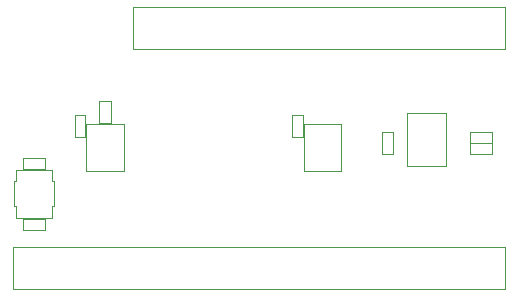
<source format=gbr>
%TF.GenerationSoftware,KiCad,Pcbnew,9.0.1*%
%TF.CreationDate,2025-07-30T00:23:41-04:00*%
%TF.ProjectId,T5848,54353834-382e-46b6-9963-61645f706362,rev?*%
%TF.SameCoordinates,Original*%
%TF.FileFunction,Other,User*%
%FSLAX46Y46*%
G04 Gerber Fmt 4.6, Leading zero omitted, Abs format (unit mm)*
G04 Created by KiCad (PCBNEW 9.0.1) date 2025-07-30 00:23:41*
%MOMM*%
%LPD*%
G01*
G04 APERTURE LIST*
%ADD10C,0.050000*%
G04 APERTURE END LIST*
D10*
%TO.C,C5*%
X162740000Y-103690000D02*
X162740000Y-105510000D01*
X162740000Y-105510000D02*
X163660000Y-105510000D01*
X163660000Y-103690000D02*
X162740000Y-103690000D01*
X163660000Y-105510000D02*
X163660000Y-103690000D01*
%TO.C,C4*%
X155140000Y-102250000D02*
X155140000Y-104070000D01*
X155140000Y-104070000D02*
X156060000Y-104070000D01*
X156060000Y-102250000D02*
X155140000Y-102250000D01*
X156060000Y-104070000D02*
X156060000Y-102250000D01*
%TO.C,C3*%
X136720000Y-102250000D02*
X136720000Y-104070000D01*
X136720000Y-104070000D02*
X137640000Y-104070000D01*
X137640000Y-102250000D02*
X136720000Y-102250000D01*
X137640000Y-104070000D02*
X137640000Y-102250000D01*
%TO.C,MK2*%
X159290000Y-103000000D02*
X156130000Y-103000000D01*
X156130000Y-107000000D01*
X159290000Y-107000000D01*
X159290000Y-103000000D01*
%TO.C,R2*%
X170199998Y-105500001D02*
X172059998Y-105500000D01*
X170200002Y-104560000D02*
X170199998Y-105500001D01*
X172059998Y-105500000D02*
X172060002Y-104559999D01*
X172060002Y-104559999D02*
X170200002Y-104560000D01*
%TO.C,J1*%
X131480000Y-113390000D02*
X173139999Y-113390002D01*
X131480000Y-116930000D02*
X131480000Y-113390000D01*
X173139999Y-113390002D02*
X173140000Y-116929999D01*
X173140000Y-116929999D02*
X131480000Y-116930000D01*
%TO.C,C2*%
X132390000Y-105840000D02*
X132390000Y-106760000D01*
X132390000Y-106760000D02*
X134210000Y-106760000D01*
X134210000Y-105840000D02*
X132390000Y-105840000D01*
X134210000Y-106760000D02*
X134210000Y-105840000D01*
%TO.C,R1*%
X138829999Y-102930001D02*
X139770000Y-102929999D01*
X138830000Y-101070001D02*
X138829999Y-102930001D01*
X139770000Y-102929999D02*
X139770001Y-101069999D01*
X139770001Y-101069999D02*
X138830000Y-101070001D01*
%TO.C,U2*%
X131600000Y-107850001D02*
X131600000Y-109950001D01*
X131600000Y-109950001D02*
X131800000Y-109949999D01*
X131799999Y-107849999D02*
X131600000Y-107850001D01*
X131800000Y-106850000D02*
X131799999Y-107849999D01*
X131800000Y-109949999D02*
X131800000Y-110950000D01*
X131800000Y-110950000D02*
X134800000Y-110950000D01*
X134800000Y-106850000D02*
X131800000Y-106850000D01*
X134800000Y-107850001D02*
X134800000Y-106850000D01*
X134800000Y-110950000D02*
X134800001Y-109950001D01*
X134800001Y-109950001D02*
X135000000Y-109949999D01*
X135000000Y-107849999D02*
X134800000Y-107850001D01*
X135000000Y-109949999D02*
X135000000Y-107849999D01*
%TO.C,C1*%
X132390000Y-111040000D02*
X132390000Y-111960000D01*
X132390000Y-111960000D02*
X134210000Y-111960000D01*
X134210000Y-111040000D02*
X132390000Y-111040000D01*
X134210000Y-111960000D02*
X134210000Y-111040000D01*
%TO.C,U3*%
X164850000Y-102050000D02*
X164850000Y-106550000D01*
X164850000Y-106550000D02*
X168150000Y-106550000D01*
X168150000Y-102050000D02*
X164850000Y-102050000D01*
X168150000Y-106550000D02*
X168150000Y-102050000D01*
%TO.C,MK1*%
X140870000Y-103000000D02*
X137710000Y-103000000D01*
X137710000Y-107000000D01*
X140870000Y-107000000D01*
X140870000Y-103000000D01*
%TO.C,J2*%
X141650000Y-93070000D02*
X173130000Y-93069999D01*
X141650000Y-96610000D02*
X141650000Y-93070000D01*
X173130000Y-93069999D02*
X173130000Y-96610001D01*
X173130000Y-96610001D02*
X141650000Y-96610000D01*
%TO.C,C6*%
X170210000Y-103640000D02*
X170210000Y-104560000D01*
X170210000Y-104560000D02*
X172030000Y-104560000D01*
X172030000Y-103640000D02*
X170210000Y-103640000D01*
X172030000Y-104560000D02*
X172030000Y-103640000D01*
%TD*%
M02*

</source>
